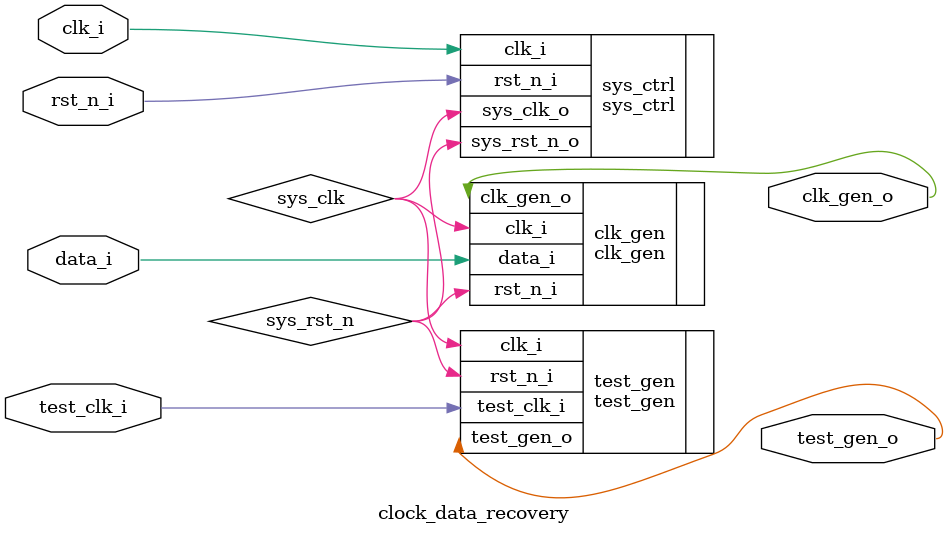
<source format=sv>
/*
 * top.sv
 *
 *  Created on: 2020-07-09 22:24
 *      Author: Jack Chen <redchenjs@live.com>
 */

module clock_data_recovery(
    input logic clk_i,          // clk_i = 12 MHz
    input logic rst_n_i,        // rst_n_i, active low

     input logic data_i,        // input data
    output logic clk_gen_o,     // recovered bit clock

     input logic test_clk_i,    // test clock in
    output logic test_gen_o     // test random data
);

logic sys_clk;
logic sys_rst_n;

sys_ctrl sys_ctrl(
    .clk_i(clk_i),
    .rst_n_i(rst_n_i),

    .sys_clk_o(sys_clk),
    .sys_rst_n_o(sys_rst_n)
);

clk_gen #(.W(32), .R(8)) clk_gen(
    .clk_i(sys_clk),
    .rst_n_i(sys_rst_n),

    .data_i(data_i),

    .clk_gen_o(clk_gen_o)
);

test_gen #(.N(8)) test_gen(
    .clk_i(sys_clk),
    .rst_n_i(sys_rst_n),

    .test_clk_i(test_clk_i),

    .test_gen_o(test_gen_o)
);

endmodule

</source>
